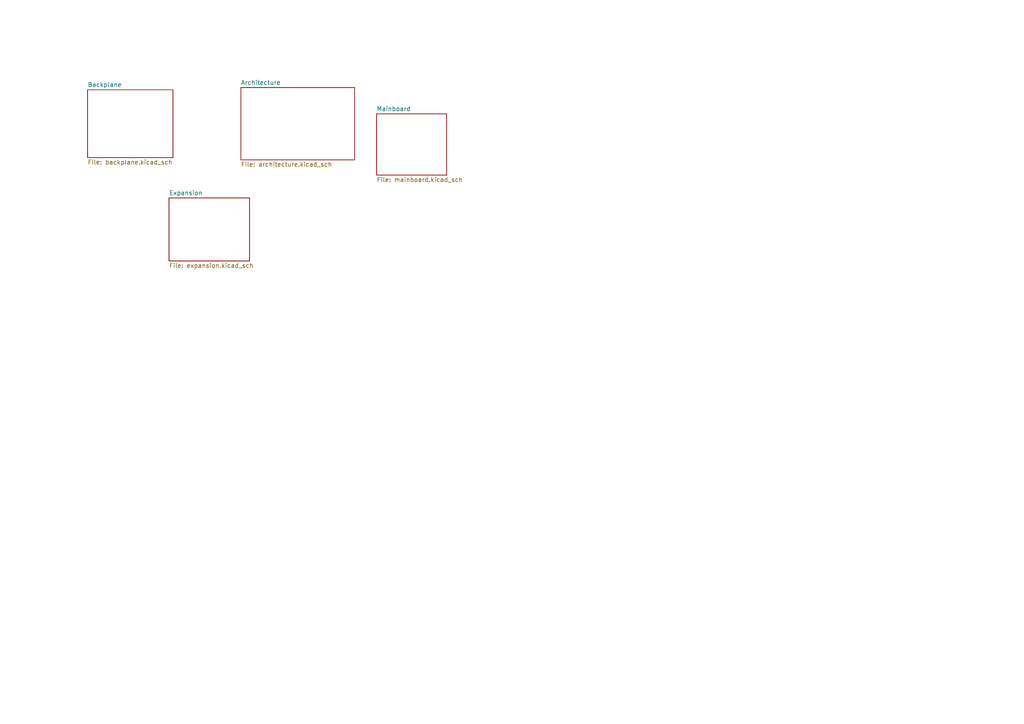
<source format=kicad_sch>
(kicad_sch
	(version 20250114)
	(generator "eeschema")
	(generator_version "9.0")
	(uuid "69db6190-9845-40f1-8d88-a3e016ab5fd6")
	(paper "A4")
	(lib_symbols)
	(sheet
		(at 49.022 57.404)
		(size 23.368 18.288)
		(exclude_from_sim no)
		(in_bom yes)
		(on_board yes)
		(dnp no)
		(fields_autoplaced yes)
		(stroke
			(width 0.1524)
			(type solid)
		)
		(fill
			(color 0 0 0 0.0000)
		)
		(uuid "131177c9-ec1d-4a74-9306-000b792e1b3b")
		(property "Sheetname" "Expansion"
			(at 49.022 56.6924 0)
			(effects
				(font
					(size 1.27 1.27)
				)
				(justify left bottom)
			)
		)
		(property "Sheetfile" "expansion.kicad_sch"
			(at 49.022 76.2766 0)
			(effects
				(font
					(size 1.27 1.27)
				)
				(justify left top)
			)
		)
		(instances
			(project "design-drawings"
				(path "/69db6190-9845-40f1-8d88-a3e016ab5fd6"
					(page "5")
				)
			)
		)
	)
	(sheet
		(at 25.4 26.035)
		(size 24.765 19.685)
		(exclude_from_sim no)
		(in_bom yes)
		(on_board yes)
		(dnp no)
		(fields_autoplaced yes)
		(stroke
			(width 0.1524)
			(type solid)
		)
		(fill
			(color 0 0 0 0.0000)
		)
		(uuid "56bfab58-c03e-4881-bf44-8c96e44f166f")
		(property "Sheetname" "Backplane"
			(at 25.4 25.3234 0)
			(effects
				(font
					(size 1.27 1.27)
				)
				(justify left bottom)
			)
		)
		(property "Sheetfile" "backplane.kicad_sch"
			(at 25.4 46.3046 0)
			(effects
				(font
					(size 1.27 1.27)
				)
				(justify left top)
			)
		)
		(instances
			(project "design-drawings"
				(path "/69db6190-9845-40f1-8d88-a3e016ab5fd6"
					(page "2")
				)
			)
		)
	)
	(sheet
		(at 109.22 33.02)
		(size 20.32 17.78)
		(exclude_from_sim no)
		(in_bom yes)
		(on_board yes)
		(dnp no)
		(fields_autoplaced yes)
		(stroke
			(width 0.1524)
			(type solid)
		)
		(fill
			(color 0 0 0 0.0000)
		)
		(uuid "8a016164-de3a-45ab-ac0f-543a9ea4a40e")
		(property "Sheetname" "Mainboard"
			(at 109.22 32.3084 0)
			(effects
				(font
					(size 1.27 1.27)
				)
				(justify left bottom)
			)
		)
		(property "Sheetfile" "mainboard.kicad_sch"
			(at 109.22 51.3846 0)
			(effects
				(font
					(size 1.27 1.27)
				)
				(justify left top)
			)
		)
		(instances
			(project "design-drawings"
				(path "/69db6190-9845-40f1-8d88-a3e016ab5fd6"
					(page "4")
				)
			)
		)
	)
	(sheet
		(at 69.85 25.4)
		(size 33.02 20.955)
		(exclude_from_sim no)
		(in_bom yes)
		(on_board yes)
		(dnp no)
		(fields_autoplaced yes)
		(stroke
			(width 0.1524)
			(type solid)
		)
		(fill
			(color 0 0 0 0.0000)
		)
		(uuid "b55a7641-b4fb-4796-9aba-58f312859360")
		(property "Sheetname" "Architecture"
			(at 69.85 24.6884 0)
			(effects
				(font
					(size 1.27 1.27)
				)
				(justify left bottom)
			)
		)
		(property "Sheetfile" "architecture.kicad_sch"
			(at 69.85 46.9396 0)
			(effects
				(font
					(size 1.27 1.27)
				)
				(justify left top)
			)
		)
		(instances
			(project "design-drawings"
				(path "/69db6190-9845-40f1-8d88-a3e016ab5fd6"
					(page "3")
				)
			)
		)
	)
	(sheet_instances
		(path "/"
			(page "1")
		)
	)
	(embedded_fonts no)
)

</source>
